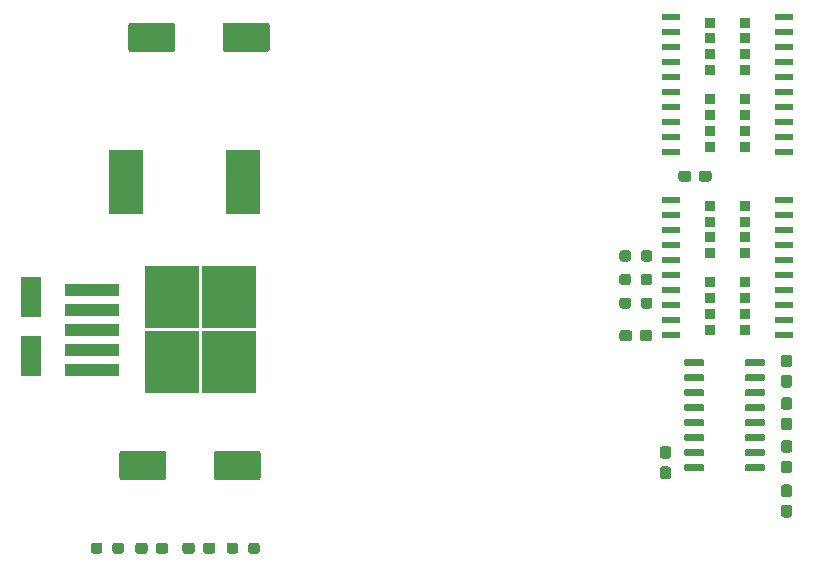
<source format=gbr>
%TF.GenerationSoftware,KiCad,Pcbnew,5.1.10*%
%TF.CreationDate,2021-11-27T10:51:30+01:00*%
%TF.ProjectId,GrasPiB_v1,47726173-5069-4425-9f76-312e6b696361,2*%
%TF.SameCoordinates,PX6779420PY3305860*%
%TF.FileFunction,Paste,Top*%
%TF.FilePolarity,Positive*%
%FSLAX46Y46*%
G04 Gerber Fmt 4.6, Leading zero omitted, Abs format (unit mm)*
G04 Created by KiCad (PCBNEW 5.1.10) date 2021-11-27 10:51:30*
%MOMM*%
%LPD*%
G01*
G04 APERTURE LIST*
%ADD10R,1.500000X0.600000*%
%ADD11R,2.900000X5.400000*%
%ADD12R,1.800000X3.500000*%
%ADD13R,4.550000X5.250000*%
%ADD14R,4.600000X1.100000*%
%ADD15R,0.900000X0.900000*%
G04 APERTURE END LIST*
%TO.C,R5*%
G36*
G01*
X53675000Y-32487500D02*
X53675000Y-32012500D01*
G75*
G02*
X53912500Y-31775000I237500J0D01*
G01*
X54412500Y-31775000D01*
G75*
G02*
X54650000Y-32012500I0J-237500D01*
G01*
X54650000Y-32487500D01*
G75*
G02*
X54412500Y-32725000I-237500J0D01*
G01*
X53912500Y-32725000D01*
G75*
G02*
X53675000Y-32487500I0J237500D01*
G01*
G37*
G36*
G01*
X51850000Y-32487500D02*
X51850000Y-32012500D01*
G75*
G02*
X52087500Y-31775000I237500J0D01*
G01*
X52587500Y-31775000D01*
G75*
G02*
X52825000Y-32012500I0J-237500D01*
G01*
X52825000Y-32487500D01*
G75*
G02*
X52587500Y-32725000I-237500J0D01*
G01*
X52087500Y-32725000D01*
G75*
G02*
X51850000Y-32487500I0J237500D01*
G01*
G37*
%TD*%
%TO.C,R4*%
G36*
G01*
X53675000Y-34487500D02*
X53675000Y-34012500D01*
G75*
G02*
X53912500Y-33775000I237500J0D01*
G01*
X54412500Y-33775000D01*
G75*
G02*
X54650000Y-34012500I0J-237500D01*
G01*
X54650000Y-34487500D01*
G75*
G02*
X54412500Y-34725000I-237500J0D01*
G01*
X53912500Y-34725000D01*
G75*
G02*
X53675000Y-34487500I0J237500D01*
G01*
G37*
G36*
G01*
X51850000Y-34487500D02*
X51850000Y-34012500D01*
G75*
G02*
X52087500Y-33775000I237500J0D01*
G01*
X52587500Y-33775000D01*
G75*
G02*
X52825000Y-34012500I0J-237500D01*
G01*
X52825000Y-34487500D01*
G75*
G02*
X52587500Y-34725000I-237500J0D01*
G01*
X52087500Y-34725000D01*
G75*
G02*
X51850000Y-34487500I0J237500D01*
G01*
G37*
%TD*%
%TO.C,R3*%
G36*
G01*
X53675000Y-30487500D02*
X53675000Y-30012500D01*
G75*
G02*
X53912500Y-29775000I237500J0D01*
G01*
X54412500Y-29775000D01*
G75*
G02*
X54650000Y-30012500I0J-237500D01*
G01*
X54650000Y-30487500D01*
G75*
G02*
X54412500Y-30725000I-237500J0D01*
G01*
X53912500Y-30725000D01*
G75*
G02*
X53675000Y-30487500I0J237500D01*
G01*
G37*
G36*
G01*
X51850000Y-30487500D02*
X51850000Y-30012500D01*
G75*
G02*
X52087500Y-29775000I237500J0D01*
G01*
X52587500Y-29775000D01*
G75*
G02*
X52825000Y-30012500I0J-237500D01*
G01*
X52825000Y-30487500D01*
G75*
G02*
X52587500Y-30725000I-237500J0D01*
G01*
X52087500Y-30725000D01*
G75*
G02*
X51850000Y-30487500I0J237500D01*
G01*
G37*
%TD*%
%TO.C,U2*%
G36*
G01*
X64200000Y-48045000D02*
X64200000Y-48345000D01*
G75*
G02*
X64050000Y-48495000I-150000J0D01*
G01*
X62600000Y-48495000D01*
G75*
G02*
X62450000Y-48345000I0J150000D01*
G01*
X62450000Y-48045000D01*
G75*
G02*
X62600000Y-47895000I150000J0D01*
G01*
X64050000Y-47895000D01*
G75*
G02*
X64200000Y-48045000I0J-150000D01*
G01*
G37*
G36*
G01*
X64200000Y-46775000D02*
X64200000Y-47075000D01*
G75*
G02*
X64050000Y-47225000I-150000J0D01*
G01*
X62600000Y-47225000D01*
G75*
G02*
X62450000Y-47075000I0J150000D01*
G01*
X62450000Y-46775000D01*
G75*
G02*
X62600000Y-46625000I150000J0D01*
G01*
X64050000Y-46625000D01*
G75*
G02*
X64200000Y-46775000I0J-150000D01*
G01*
G37*
G36*
G01*
X64200000Y-45505000D02*
X64200000Y-45805000D01*
G75*
G02*
X64050000Y-45955000I-150000J0D01*
G01*
X62600000Y-45955000D01*
G75*
G02*
X62450000Y-45805000I0J150000D01*
G01*
X62450000Y-45505000D01*
G75*
G02*
X62600000Y-45355000I150000J0D01*
G01*
X64050000Y-45355000D01*
G75*
G02*
X64200000Y-45505000I0J-150000D01*
G01*
G37*
G36*
G01*
X64200000Y-44235000D02*
X64200000Y-44535000D01*
G75*
G02*
X64050000Y-44685000I-150000J0D01*
G01*
X62600000Y-44685000D01*
G75*
G02*
X62450000Y-44535000I0J150000D01*
G01*
X62450000Y-44235000D01*
G75*
G02*
X62600000Y-44085000I150000J0D01*
G01*
X64050000Y-44085000D01*
G75*
G02*
X64200000Y-44235000I0J-150000D01*
G01*
G37*
G36*
G01*
X64200000Y-42965000D02*
X64200000Y-43265000D01*
G75*
G02*
X64050000Y-43415000I-150000J0D01*
G01*
X62600000Y-43415000D01*
G75*
G02*
X62450000Y-43265000I0J150000D01*
G01*
X62450000Y-42965000D01*
G75*
G02*
X62600000Y-42815000I150000J0D01*
G01*
X64050000Y-42815000D01*
G75*
G02*
X64200000Y-42965000I0J-150000D01*
G01*
G37*
G36*
G01*
X64200000Y-41695000D02*
X64200000Y-41995000D01*
G75*
G02*
X64050000Y-42145000I-150000J0D01*
G01*
X62600000Y-42145000D01*
G75*
G02*
X62450000Y-41995000I0J150000D01*
G01*
X62450000Y-41695000D01*
G75*
G02*
X62600000Y-41545000I150000J0D01*
G01*
X64050000Y-41545000D01*
G75*
G02*
X64200000Y-41695000I0J-150000D01*
G01*
G37*
G36*
G01*
X64200000Y-40425000D02*
X64200000Y-40725000D01*
G75*
G02*
X64050000Y-40875000I-150000J0D01*
G01*
X62600000Y-40875000D01*
G75*
G02*
X62450000Y-40725000I0J150000D01*
G01*
X62450000Y-40425000D01*
G75*
G02*
X62600000Y-40275000I150000J0D01*
G01*
X64050000Y-40275000D01*
G75*
G02*
X64200000Y-40425000I0J-150000D01*
G01*
G37*
G36*
G01*
X64200000Y-39155000D02*
X64200000Y-39455000D01*
G75*
G02*
X64050000Y-39605000I-150000J0D01*
G01*
X62600000Y-39605000D01*
G75*
G02*
X62450000Y-39455000I0J150000D01*
G01*
X62450000Y-39155000D01*
G75*
G02*
X62600000Y-39005000I150000J0D01*
G01*
X64050000Y-39005000D01*
G75*
G02*
X64200000Y-39155000I0J-150000D01*
G01*
G37*
G36*
G01*
X59050000Y-39155000D02*
X59050000Y-39455000D01*
G75*
G02*
X58900000Y-39605000I-150000J0D01*
G01*
X57450000Y-39605000D01*
G75*
G02*
X57300000Y-39455000I0J150000D01*
G01*
X57300000Y-39155000D01*
G75*
G02*
X57450000Y-39005000I150000J0D01*
G01*
X58900000Y-39005000D01*
G75*
G02*
X59050000Y-39155000I0J-150000D01*
G01*
G37*
G36*
G01*
X59050000Y-40425000D02*
X59050000Y-40725000D01*
G75*
G02*
X58900000Y-40875000I-150000J0D01*
G01*
X57450000Y-40875000D01*
G75*
G02*
X57300000Y-40725000I0J150000D01*
G01*
X57300000Y-40425000D01*
G75*
G02*
X57450000Y-40275000I150000J0D01*
G01*
X58900000Y-40275000D01*
G75*
G02*
X59050000Y-40425000I0J-150000D01*
G01*
G37*
G36*
G01*
X59050000Y-41695000D02*
X59050000Y-41995000D01*
G75*
G02*
X58900000Y-42145000I-150000J0D01*
G01*
X57450000Y-42145000D01*
G75*
G02*
X57300000Y-41995000I0J150000D01*
G01*
X57300000Y-41695000D01*
G75*
G02*
X57450000Y-41545000I150000J0D01*
G01*
X58900000Y-41545000D01*
G75*
G02*
X59050000Y-41695000I0J-150000D01*
G01*
G37*
G36*
G01*
X59050000Y-42965000D02*
X59050000Y-43265000D01*
G75*
G02*
X58900000Y-43415000I-150000J0D01*
G01*
X57450000Y-43415000D01*
G75*
G02*
X57300000Y-43265000I0J150000D01*
G01*
X57300000Y-42965000D01*
G75*
G02*
X57450000Y-42815000I150000J0D01*
G01*
X58900000Y-42815000D01*
G75*
G02*
X59050000Y-42965000I0J-150000D01*
G01*
G37*
G36*
G01*
X59050000Y-44235000D02*
X59050000Y-44535000D01*
G75*
G02*
X58900000Y-44685000I-150000J0D01*
G01*
X57450000Y-44685000D01*
G75*
G02*
X57300000Y-44535000I0J150000D01*
G01*
X57300000Y-44235000D01*
G75*
G02*
X57450000Y-44085000I150000J0D01*
G01*
X58900000Y-44085000D01*
G75*
G02*
X59050000Y-44235000I0J-150000D01*
G01*
G37*
G36*
G01*
X59050000Y-45505000D02*
X59050000Y-45805000D01*
G75*
G02*
X58900000Y-45955000I-150000J0D01*
G01*
X57450000Y-45955000D01*
G75*
G02*
X57300000Y-45805000I0J150000D01*
G01*
X57300000Y-45505000D01*
G75*
G02*
X57450000Y-45355000I150000J0D01*
G01*
X58900000Y-45355000D01*
G75*
G02*
X59050000Y-45505000I0J-150000D01*
G01*
G37*
G36*
G01*
X59050000Y-46775000D02*
X59050000Y-47075000D01*
G75*
G02*
X58900000Y-47225000I-150000J0D01*
G01*
X57450000Y-47225000D01*
G75*
G02*
X57300000Y-47075000I0J150000D01*
G01*
X57300000Y-46775000D01*
G75*
G02*
X57450000Y-46625000I150000J0D01*
G01*
X58900000Y-46625000D01*
G75*
G02*
X59050000Y-46775000I0J-150000D01*
G01*
G37*
G36*
G01*
X59050000Y-48045000D02*
X59050000Y-48345000D01*
G75*
G02*
X58900000Y-48495000I-150000J0D01*
G01*
X57450000Y-48495000D01*
G75*
G02*
X57300000Y-48345000I0J150000D01*
G01*
X57300000Y-48045000D01*
G75*
G02*
X57450000Y-47895000I150000J0D01*
G01*
X58900000Y-47895000D01*
G75*
G02*
X59050000Y-48045000I0J-150000D01*
G01*
G37*
%TD*%
D10*
%TO.C,U4*%
X65750000Y-30615000D03*
X65750000Y-31885000D03*
X65750000Y-33155000D03*
X65750000Y-34425000D03*
X65750000Y-35695000D03*
X65750000Y-36965000D03*
X65750000Y-29345000D03*
X65750000Y-28075000D03*
X65750000Y-26805000D03*
X65750000Y-25535000D03*
X56250000Y-25535000D03*
X56250000Y-26805000D03*
X56250000Y-28075000D03*
X56250000Y-29345000D03*
X56250000Y-30615000D03*
X56250000Y-31885000D03*
X56250000Y-33155000D03*
X56250000Y-34425000D03*
X56250000Y-35695000D03*
X56250000Y-36965000D03*
%TD*%
D11*
%TO.C,L1*%
X19950000Y-24000000D03*
X10050000Y-24000000D03*
%TD*%
D12*
%TO.C,D3*%
X2000000Y-38750000D03*
X2000000Y-33750000D03*
%TD*%
D13*
%TO.C,U5*%
X13950000Y-39275000D03*
X18800000Y-33725000D03*
X13950000Y-33725000D03*
X18800000Y-39275000D03*
D14*
X7225000Y-39900000D03*
X7225000Y-38200000D03*
X7225000Y-36500000D03*
X7225000Y-34800000D03*
X7225000Y-33100000D03*
%TD*%
%TO.C,C9*%
G36*
G01*
X18250000Y-12750000D02*
X18250000Y-10750000D01*
G75*
G02*
X18500000Y-10500000I250000J0D01*
G01*
X22000000Y-10500000D01*
G75*
G02*
X22250000Y-10750000I0J-250000D01*
G01*
X22250000Y-12750000D01*
G75*
G02*
X22000000Y-13000000I-250000J0D01*
G01*
X18500000Y-13000000D01*
G75*
G02*
X18250000Y-12750000I0J250000D01*
G01*
G37*
G36*
G01*
X10250000Y-12750000D02*
X10250000Y-10750000D01*
G75*
G02*
X10500000Y-10500000I250000J0D01*
G01*
X14000000Y-10500000D01*
G75*
G02*
X14250000Y-10750000I0J-250000D01*
G01*
X14250000Y-12750000D01*
G75*
G02*
X14000000Y-13000000I-250000J0D01*
G01*
X10500000Y-13000000D01*
G75*
G02*
X10250000Y-12750000I0J250000D01*
G01*
G37*
%TD*%
%TO.C,C8*%
G36*
G01*
X17500000Y-49000000D02*
X17500000Y-47000000D01*
G75*
G02*
X17750000Y-46750000I250000J0D01*
G01*
X21250000Y-46750000D01*
G75*
G02*
X21500000Y-47000000I0J-250000D01*
G01*
X21500000Y-49000000D01*
G75*
G02*
X21250000Y-49250000I-250000J0D01*
G01*
X17750000Y-49250000D01*
G75*
G02*
X17500000Y-49000000I0J250000D01*
G01*
G37*
G36*
G01*
X9500000Y-49000000D02*
X9500000Y-47000000D01*
G75*
G02*
X9750000Y-46750000I250000J0D01*
G01*
X13250000Y-46750000D01*
G75*
G02*
X13500000Y-47000000I0J-250000D01*
G01*
X13500000Y-49000000D01*
G75*
G02*
X13250000Y-49250000I-250000J0D01*
G01*
X9750000Y-49250000D01*
G75*
G02*
X9500000Y-49000000I0J250000D01*
G01*
G37*
%TD*%
%TO.C,C1*%
G36*
G01*
X65762500Y-45850000D02*
X66237500Y-45850000D01*
G75*
G02*
X66475000Y-46087500I0J-237500D01*
G01*
X66475000Y-46687500D01*
G75*
G02*
X66237500Y-46925000I-237500J0D01*
G01*
X65762500Y-46925000D01*
G75*
G02*
X65525000Y-46687500I0J237500D01*
G01*
X65525000Y-46087500D01*
G75*
G02*
X65762500Y-45850000I237500J0D01*
G01*
G37*
G36*
G01*
X65762500Y-47575000D02*
X66237500Y-47575000D01*
G75*
G02*
X66475000Y-47812500I0J-237500D01*
G01*
X66475000Y-48412500D01*
G75*
G02*
X66237500Y-48650000I-237500J0D01*
G01*
X65762500Y-48650000D01*
G75*
G02*
X65525000Y-48412500I0J237500D01*
G01*
X65525000Y-47812500D01*
G75*
G02*
X65762500Y-47575000I237500J0D01*
G01*
G37*
%TD*%
%TO.C,C2*%
G36*
G01*
X55512500Y-48075000D02*
X55987500Y-48075000D01*
G75*
G02*
X56225000Y-48312500I0J-237500D01*
G01*
X56225000Y-48912500D01*
G75*
G02*
X55987500Y-49150000I-237500J0D01*
G01*
X55512500Y-49150000D01*
G75*
G02*
X55275000Y-48912500I0J237500D01*
G01*
X55275000Y-48312500D01*
G75*
G02*
X55512500Y-48075000I237500J0D01*
G01*
G37*
G36*
G01*
X55512500Y-46350000D02*
X55987500Y-46350000D01*
G75*
G02*
X56225000Y-46587500I0J-237500D01*
G01*
X56225000Y-47187500D01*
G75*
G02*
X55987500Y-47425000I-237500J0D01*
G01*
X55512500Y-47425000D01*
G75*
G02*
X55275000Y-47187500I0J237500D01*
G01*
X55275000Y-46587500D01*
G75*
G02*
X55512500Y-46350000I237500J0D01*
G01*
G37*
%TD*%
%TO.C,C3*%
G36*
G01*
X66237500Y-45012500D02*
X65762500Y-45012500D01*
G75*
G02*
X65525000Y-44775000I0J237500D01*
G01*
X65525000Y-44175000D01*
G75*
G02*
X65762500Y-43937500I237500J0D01*
G01*
X66237500Y-43937500D01*
G75*
G02*
X66475000Y-44175000I0J-237500D01*
G01*
X66475000Y-44775000D01*
G75*
G02*
X66237500Y-45012500I-237500J0D01*
G01*
G37*
G36*
G01*
X66237500Y-43287500D02*
X65762500Y-43287500D01*
G75*
G02*
X65525000Y-43050000I0J237500D01*
G01*
X65525000Y-42450000D01*
G75*
G02*
X65762500Y-42212500I237500J0D01*
G01*
X66237500Y-42212500D01*
G75*
G02*
X66475000Y-42450000I0J-237500D01*
G01*
X66475000Y-43050000D01*
G75*
G02*
X66237500Y-43287500I-237500J0D01*
G01*
G37*
%TD*%
%TO.C,C4*%
G36*
G01*
X65762500Y-40325000D02*
X66237500Y-40325000D01*
G75*
G02*
X66475000Y-40562500I0J-237500D01*
G01*
X66475000Y-41162500D01*
G75*
G02*
X66237500Y-41400000I-237500J0D01*
G01*
X65762500Y-41400000D01*
G75*
G02*
X65525000Y-41162500I0J237500D01*
G01*
X65525000Y-40562500D01*
G75*
G02*
X65762500Y-40325000I237500J0D01*
G01*
G37*
G36*
G01*
X65762500Y-38600000D02*
X66237500Y-38600000D01*
G75*
G02*
X66475000Y-38837500I0J-237500D01*
G01*
X66475000Y-39437500D01*
G75*
G02*
X66237500Y-39675000I-237500J0D01*
G01*
X65762500Y-39675000D01*
G75*
G02*
X65525000Y-39437500I0J237500D01*
G01*
X65525000Y-38837500D01*
G75*
G02*
X65762500Y-38600000I237500J0D01*
G01*
G37*
%TD*%
%TO.C,C5*%
G36*
G01*
X66237500Y-52400000D02*
X65762500Y-52400000D01*
G75*
G02*
X65525000Y-52162500I0J237500D01*
G01*
X65525000Y-51562500D01*
G75*
G02*
X65762500Y-51325000I237500J0D01*
G01*
X66237500Y-51325000D01*
G75*
G02*
X66475000Y-51562500I0J-237500D01*
G01*
X66475000Y-52162500D01*
G75*
G02*
X66237500Y-52400000I-237500J0D01*
G01*
G37*
G36*
G01*
X66237500Y-50675000D02*
X65762500Y-50675000D01*
G75*
G02*
X65525000Y-50437500I0J237500D01*
G01*
X65525000Y-49837500D01*
G75*
G02*
X65762500Y-49600000I237500J0D01*
G01*
X66237500Y-49600000D01*
G75*
G02*
X66475000Y-49837500I0J-237500D01*
G01*
X66475000Y-50437500D01*
G75*
G02*
X66237500Y-50675000I-237500J0D01*
G01*
G37*
%TD*%
%TO.C,C6*%
G36*
G01*
X57925000Y-23262500D02*
X57925000Y-23737500D01*
G75*
G02*
X57687500Y-23975000I-237500J0D01*
G01*
X57087500Y-23975000D01*
G75*
G02*
X56850000Y-23737500I0J237500D01*
G01*
X56850000Y-23262500D01*
G75*
G02*
X57087500Y-23025000I237500J0D01*
G01*
X57687500Y-23025000D01*
G75*
G02*
X57925000Y-23262500I0J-237500D01*
G01*
G37*
G36*
G01*
X59650000Y-23262500D02*
X59650000Y-23737500D01*
G75*
G02*
X59412500Y-23975000I-237500J0D01*
G01*
X58812500Y-23975000D01*
G75*
G02*
X58575000Y-23737500I0J237500D01*
G01*
X58575000Y-23262500D01*
G75*
G02*
X58812500Y-23025000I237500J0D01*
G01*
X59412500Y-23025000D01*
G75*
G02*
X59650000Y-23262500I0J-237500D01*
G01*
G37*
%TD*%
%TO.C,C7*%
G36*
G01*
X51850000Y-37237500D02*
X51850000Y-36762500D01*
G75*
G02*
X52087500Y-36525000I237500J0D01*
G01*
X52687500Y-36525000D01*
G75*
G02*
X52925000Y-36762500I0J-237500D01*
G01*
X52925000Y-37237500D01*
G75*
G02*
X52687500Y-37475000I-237500J0D01*
G01*
X52087500Y-37475000D01*
G75*
G02*
X51850000Y-37237500I0J237500D01*
G01*
G37*
G36*
G01*
X53575000Y-37237500D02*
X53575000Y-36762500D01*
G75*
G02*
X53812500Y-36525000I237500J0D01*
G01*
X54412500Y-36525000D01*
G75*
G02*
X54650000Y-36762500I0J-237500D01*
G01*
X54650000Y-37237500D01*
G75*
G02*
X54412500Y-37475000I-237500J0D01*
G01*
X53812500Y-37475000D01*
G75*
G02*
X53575000Y-37237500I0J237500D01*
G01*
G37*
%TD*%
%TO.C,D1*%
G36*
G01*
X14850000Y-55237500D02*
X14850000Y-54762500D01*
G75*
G02*
X15087500Y-54525000I237500J0D01*
G01*
X15662500Y-54525000D01*
G75*
G02*
X15900000Y-54762500I0J-237500D01*
G01*
X15900000Y-55237500D01*
G75*
G02*
X15662500Y-55475000I-237500J0D01*
G01*
X15087500Y-55475000D01*
G75*
G02*
X14850000Y-55237500I0J237500D01*
G01*
G37*
G36*
G01*
X16600000Y-55237500D02*
X16600000Y-54762500D01*
G75*
G02*
X16837500Y-54525000I237500J0D01*
G01*
X17412500Y-54525000D01*
G75*
G02*
X17650000Y-54762500I0J-237500D01*
G01*
X17650000Y-55237500D01*
G75*
G02*
X17412500Y-55475000I-237500J0D01*
G01*
X16837500Y-55475000D01*
G75*
G02*
X16600000Y-55237500I0J237500D01*
G01*
G37*
%TD*%
%TO.C,D2*%
G36*
G01*
X11900000Y-54762500D02*
X11900000Y-55237500D01*
G75*
G02*
X11662500Y-55475000I-237500J0D01*
G01*
X11087500Y-55475000D01*
G75*
G02*
X10850000Y-55237500I0J237500D01*
G01*
X10850000Y-54762500D01*
G75*
G02*
X11087500Y-54525000I237500J0D01*
G01*
X11662500Y-54525000D01*
G75*
G02*
X11900000Y-54762500I0J-237500D01*
G01*
G37*
G36*
G01*
X13650000Y-54762500D02*
X13650000Y-55237500D01*
G75*
G02*
X13412500Y-55475000I-237500J0D01*
G01*
X12837500Y-55475000D01*
G75*
G02*
X12600000Y-55237500I0J237500D01*
G01*
X12600000Y-54762500D01*
G75*
G02*
X12837500Y-54525000I237500J0D01*
G01*
X13412500Y-54525000D01*
G75*
G02*
X13650000Y-54762500I0J-237500D01*
G01*
G37*
%TD*%
%TO.C,R1*%
G36*
G01*
X21400000Y-54762500D02*
X21400000Y-55237500D01*
G75*
G02*
X21162500Y-55475000I-237500J0D01*
G01*
X20662500Y-55475000D01*
G75*
G02*
X20425000Y-55237500I0J237500D01*
G01*
X20425000Y-54762500D01*
G75*
G02*
X20662500Y-54525000I237500J0D01*
G01*
X21162500Y-54525000D01*
G75*
G02*
X21400000Y-54762500I0J-237500D01*
G01*
G37*
G36*
G01*
X19575000Y-54762500D02*
X19575000Y-55237500D01*
G75*
G02*
X19337500Y-55475000I-237500J0D01*
G01*
X18837500Y-55475000D01*
G75*
G02*
X18600000Y-55237500I0J237500D01*
G01*
X18600000Y-54762500D01*
G75*
G02*
X18837500Y-54525000I237500J0D01*
G01*
X19337500Y-54525000D01*
G75*
G02*
X19575000Y-54762500I0J-237500D01*
G01*
G37*
%TD*%
%TO.C,R2*%
G36*
G01*
X8075000Y-54762500D02*
X8075000Y-55237500D01*
G75*
G02*
X7837500Y-55475000I-237500J0D01*
G01*
X7337500Y-55475000D01*
G75*
G02*
X7100000Y-55237500I0J237500D01*
G01*
X7100000Y-54762500D01*
G75*
G02*
X7337500Y-54525000I237500J0D01*
G01*
X7837500Y-54525000D01*
G75*
G02*
X8075000Y-54762500I0J-237500D01*
G01*
G37*
G36*
G01*
X9900000Y-54762500D02*
X9900000Y-55237500D01*
G75*
G02*
X9662500Y-55475000I-237500J0D01*
G01*
X9162500Y-55475000D01*
G75*
G02*
X8925000Y-55237500I0J237500D01*
G01*
X8925000Y-54762500D01*
G75*
G02*
X9162500Y-54525000I237500J0D01*
G01*
X9662500Y-54525000D01*
G75*
G02*
X9900000Y-54762500I0J-237500D01*
G01*
G37*
%TD*%
D15*
%TO.C,RN1*%
X59500000Y-18340000D03*
X59500000Y-17000000D03*
X59500000Y-21000000D03*
X59500000Y-19660000D03*
X62500000Y-18340000D03*
X62500000Y-19660000D03*
X62500000Y-17000000D03*
X62500000Y-21000000D03*
%TD*%
%TO.C,RN2*%
X62500000Y-36500000D03*
X62500000Y-32500000D03*
X62500000Y-35160000D03*
X62500000Y-33840000D03*
X59500000Y-35160000D03*
X59500000Y-36500000D03*
X59500000Y-32500000D03*
X59500000Y-33840000D03*
%TD*%
%TO.C,RN3*%
X62500000Y-14500000D03*
X62500000Y-10500000D03*
X62500000Y-13160000D03*
X62500000Y-11840000D03*
X59500000Y-13160000D03*
X59500000Y-14500000D03*
X59500000Y-10500000D03*
X59500000Y-11840000D03*
%TD*%
%TO.C,RN4*%
X59500000Y-27340000D03*
X59500000Y-26000000D03*
X59500000Y-30000000D03*
X59500000Y-28660000D03*
X62500000Y-27340000D03*
X62500000Y-28660000D03*
X62500000Y-26000000D03*
X62500000Y-30000000D03*
%TD*%
D10*
%TO.C,U3*%
X56250000Y-21465000D03*
X56250000Y-20195000D03*
X56250000Y-18925000D03*
X56250000Y-17655000D03*
X56250000Y-16385000D03*
X56250000Y-15115000D03*
X56250000Y-13845000D03*
X56250000Y-12575000D03*
X56250000Y-11305000D03*
X56250000Y-10035000D03*
X65750000Y-10035000D03*
X65750000Y-11305000D03*
X65750000Y-12575000D03*
X65750000Y-13845000D03*
X65750000Y-21465000D03*
X65750000Y-20195000D03*
X65750000Y-18925000D03*
X65750000Y-17655000D03*
X65750000Y-16385000D03*
X65750000Y-15115000D03*
%TD*%
M02*

</source>
